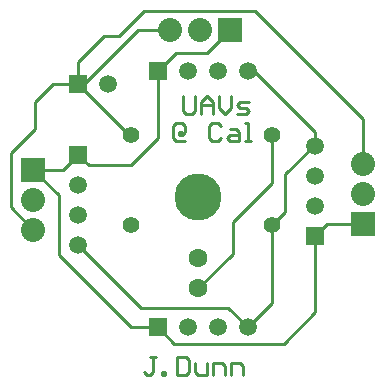
<source format=gtl>
G04 Layer_Physical_Order=1*
G04 Layer_Color=255*
%FSAX23Y23*%
%MOIN*%
G70*
G01*
G75*
%ADD10C,0.010*%
%ADD11R,0.080X0.080*%
%ADD12C,0.080*%
%ADD13C,0.059*%
%ADD14R,0.059X0.059*%
%ADD15C,0.055*%
%ADD16R,0.059X0.059*%
%ADD17C,0.063*%
%ADD18C,0.059*%
%ADD19R,0.080X0.080*%
%ADD20C,0.157*%
D10*
X05105Y03205D02*
X05210Y03310D01*
X04740Y03205D02*
X05105D01*
X04685Y03260D02*
X04740Y03205D01*
X04420Y03835D02*
X04455Y03800D01*
X04595D01*
X04685Y03890D01*
X05010Y04315D02*
X05370Y03955D01*
X04640Y04315D02*
X05010D01*
X05370Y03805D02*
Y03955D01*
X04420Y04070D02*
X04590Y03900D01*
X04440Y04065D02*
Y04070D01*
X04420D02*
Y04145D01*
X04505Y04230D01*
X04555D01*
X04640Y04315D01*
X04440Y04070D02*
X04620Y04250D01*
X04725D01*
X04850Y04175D02*
X04925Y04250D01*
X04745Y04175D02*
X04850D01*
X04355Y03500D02*
Y03700D01*
X04270Y03785D02*
X04355Y03700D01*
X04685Y03890D02*
Y04115D01*
X05065Y03600D02*
X05110Y03645D01*
Y03770D01*
X05205Y03865D01*
X05210D01*
X04820Y03390D02*
X04935Y03505D01*
Y03610D01*
X05065Y03740D01*
Y03900D01*
X04420Y03535D02*
X04630Y03325D01*
X04920D01*
X04985Y03260D01*
X05065Y03340D01*
Y03600D01*
X05210Y03310D02*
Y03565D01*
X04595Y03260D02*
X04685D01*
X04355Y03500D02*
X04595Y03260D01*
X04685Y04115D02*
X04745Y04175D01*
X04590Y03900D02*
X04595D01*
X05210Y03565D02*
X05250Y03605D01*
X05370D01*
X05210Y03865D02*
Y03910D01*
X05005Y04115D02*
X05210Y03910D01*
X04985Y04115D02*
X05005D01*
X04195Y03660D02*
X04270Y03585D01*
X04195Y03660D02*
Y03840D01*
X04275Y03920D01*
Y04010D01*
X04335Y04070D01*
X04420D01*
X04370Y03785D02*
X04420Y03835D01*
X04270Y03785D02*
X04370D01*
X04680Y03160D02*
X04660D01*
X04670D01*
Y03110D01*
X04660Y03100D01*
X04650D01*
X04640Y03110D01*
X04700Y03100D02*
Y03110D01*
X04710D01*
Y03100D01*
X04700D01*
X04750Y03160D02*
Y03100D01*
X04780D01*
X04790Y03110D01*
Y03150D01*
X04780Y03160D01*
X04750D01*
X04810Y03140D02*
Y03110D01*
X04820Y03100D01*
X04850D01*
Y03140D01*
X04870Y03100D02*
Y03140D01*
X04900D01*
X04910Y03130D01*
Y03100D01*
X04930D02*
Y03140D01*
X04960D01*
X04970Y03130D01*
Y03100D01*
X04765Y03900D02*
Y03910D01*
X04755D01*
Y03900D01*
X04765D01*
X04775Y03910D01*
Y03930D01*
X04765Y03940D01*
X04745D01*
X04735Y03930D01*
Y03890D01*
X04745Y03880D01*
X04775D01*
X04895Y03930D02*
X04885Y03940D01*
X04865D01*
X04855Y03930D01*
Y03890D01*
X04865Y03880D01*
X04885D01*
X04895Y03890D01*
X04925Y03920D02*
X04945D01*
X04955Y03910D01*
Y03880D01*
X04925D01*
X04915Y03890D01*
X04925Y03900D01*
X04955D01*
X04975Y03880D02*
X04995D01*
X04985D01*
Y03940D01*
X04975D01*
X04770Y04030D02*
Y03980D01*
X04780Y03970D01*
X04800D01*
X04810Y03980D01*
Y04030D01*
X04830Y03970D02*
Y04010D01*
X04850Y04030D01*
X04870Y04010D01*
Y03970D01*
Y04000D01*
X04830D01*
X04890Y04030D02*
Y03990D01*
X04910Y03970D01*
X04930Y03990D01*
Y04030D01*
X04950Y03970D02*
X04980D01*
X04990Y03980D01*
X04980Y03990D01*
X04960D01*
X04950Y04000D01*
X04960Y04010D01*
X04990D01*
D11*
X04270Y03785D02*
D03*
X05370Y03605D02*
D03*
D12*
X04270Y03685D02*
D03*
Y03585D02*
D03*
X05370Y03705D02*
D03*
Y03805D02*
D03*
X04825Y04250D02*
D03*
X04725D02*
D03*
D13*
X04985Y03260D02*
D03*
X04885D02*
D03*
X04785D02*
D03*
X04420Y03535D02*
D03*
Y03635D02*
D03*
Y03735D02*
D03*
X04985Y04115D02*
D03*
X04885D02*
D03*
X04785D02*
D03*
X05210Y03865D02*
D03*
Y03765D02*
D03*
Y03665D02*
D03*
D14*
X04685Y03260D02*
D03*
Y04115D02*
D03*
X04420Y04070D02*
D03*
D15*
X04595Y03900D02*
D03*
Y03600D02*
D03*
X05065Y03900D02*
D03*
Y03600D02*
D03*
D16*
X04420Y03835D02*
D03*
X05210Y03565D02*
D03*
D17*
X04820Y03490D02*
D03*
Y03390D02*
D03*
D18*
X04518Y04070D02*
D03*
D19*
X04925Y04250D02*
D03*
D20*
X04820Y03695D02*
D03*
M02*

</source>
